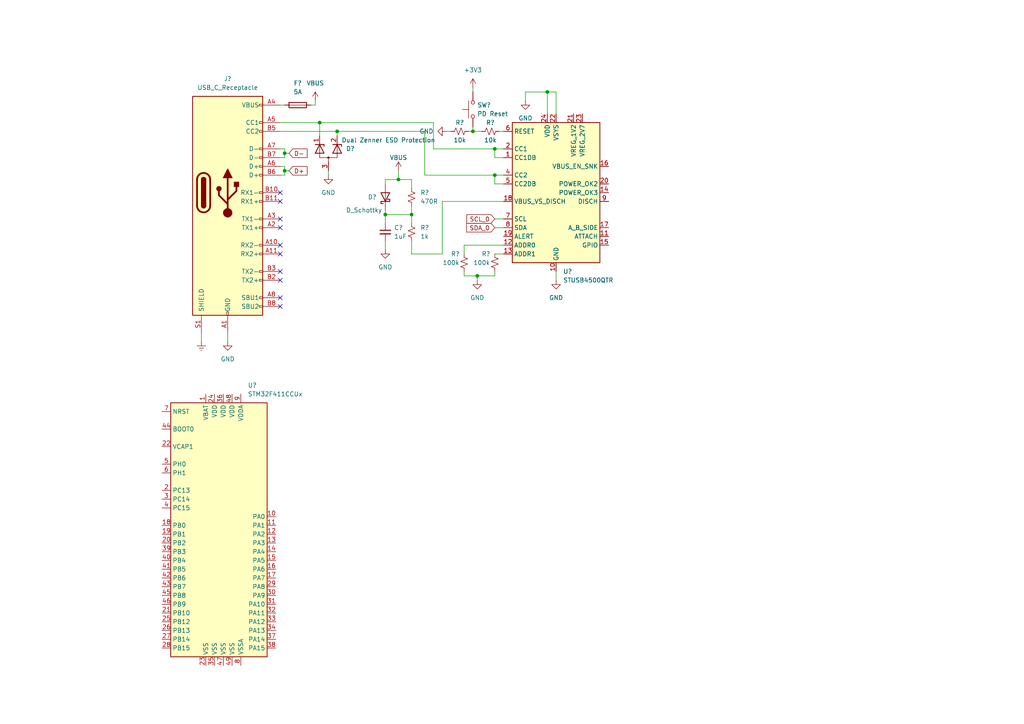
<source format=kicad_sch>
(kicad_sch (version 20211123) (generator eeschema)
  (paper "A4")
  (title_block (title "LED Controller") (date "2022-12-31") (rev "1.0") (company "Charlemagne Wong") (comment 1 "STM32-Based LED Controller") (comment 2 "https://github.com/cmasterx/LED-Controller"))
  (lib_symbols
    (symbol "Connector:USB_C_Receptacle" (pin_names (offset 1.016))
      (property "Reference" "J" (at -10.16 29.21 0))
      (property "Value" "USB_C_Receptacle" (at 10.16 29.21 0))
      (symbol "USB_C_Receptacle_0_0"
        (rectangle (start -0.254 -35.56) (end 0.254 -34.544))
        (rectangle (start 10.16 -32.766) (end 9.144 -33.274))
        (rectangle (start 10.16 -30.226) (end 9.144 -30.734))
        (rectangle (start 10.16 -25.146) (end 9.144 -25.654))
        (rectangle (start 10.16 -22.606) (end 9.144 -23.114))
        (rectangle (start 10.16 -17.526) (end 9.144 -18.034))
        (rectangle (start 10.16 -14.986) (end 9.144 -15.494))
        (rectangle (start 10.16 -9.906) (end 9.144 -10.414))
        (rectangle (start 10.16 -7.366) (end 9.144 -7.874))
        (rectangle (start 10.16 -2.286) (end 9.144 -2.794))
        (rectangle (start 10.16 0.254) (end 9.144 -0.254))
        (rectangle (start 10.16 5.334) (end 9.144 4.826))
        (rectangle (start 10.16 7.874) (end 9.144 7.366))
        (rectangle (start 10.16 10.414) (end 9.144 9.906))
        (rectangle (start 10.16 12.954) (end 9.144 12.446))
        (rectangle (start 10.16 18.034) (end 9.144 17.526))
        (rectangle (start 10.16 20.574) (end 9.144 20.066))
        (rectangle (start 10.16 25.654) (end 9.144 25.146))
      )
      (symbol "USB_C_Receptacle_0_1"
        (rectangle (start -10.16 27.94) (end 10.16 -35.56) (stroke (width 0.254)) (fill (type background)))
        (arc (start -8.89 -3.81) (mid -6.985 -5.715) (end -5.08 -3.81) (stroke (width 0.508)))
        (arc (start -7.62 -3.81) (mid -6.985 -4.445) (end -6.35 -3.81) (stroke (width 0.254)))
        (arc (start -7.62 -3.81) (mid -6.985 -4.445) (end -6.35 -3.81) (stroke (width 0.254)) (fill (type outline)))
        (rectangle (start -7.62 -3.81) (end -6.35 3.81) (stroke (width 0.254)) (fill (type outline)))
        (arc (start -6.35 3.81) (mid -6.985 4.445) (end -7.62 3.81) (stroke (width 0.254)))
        (arc (start -6.35 3.81) (mid -6.985 4.445) (end -7.62 3.81) (stroke (width 0.254)) (fill (type outline)))
        (arc (start -5.08 3.81) (mid -6.985 5.715) (end -8.89 3.81) (stroke (width 0.508)))
        (polyline (pts (xy -8.89 -3.81) (xy -8.89 3.81)) (stroke (width 0.508)))
        (polyline (pts (xy -5.08 3.81) (xy -5.08 -3.81)) (stroke (width 0.508)))
      )
      (symbol "USB_C_Receptacle_1_1"
        (circle (center -2.54 1.143) (radius 0.635) (stroke (width 0.254)) (fill (type outline)))
        (circle (center 0 -5.842) (radius 1.27) (fill (type outline)))
        (polyline (pts (xy 0 -5.842) (xy 0 4.318)) (stroke (width 0.508)))
        (polyline (pts (xy 0 -3.302) (xy -2.54 -0.762) (xy -2.54 0.508)) (stroke (width 0.508)))
        (polyline (pts (xy 0 -2.032) (xy 2.54 0.508) (xy 2.54 1.778)) (stroke (width 0.508)))
        (polyline (pts (xy -1.27 4.318) (xy 0 6.858) (xy 1.27 4.318) (xy -1.27 4.318)) (stroke (width 0.254)) (fill (type outline)))
        (rectangle (start 1.905 1.778) (end 3.175 3.048) (stroke (width 0.254)) (fill (type outline)))
        (pin passive line (at 0 -40.64 90) (length 5.08) (name "GND") (number "A1"))
        (pin bidirectional line (at 15.24 -15.24 180) (length 5.08) (name "RX2-") (number "A10"))
        (pin bidirectional line (at 15.24 -17.78 180) (length 5.08) (name "RX2+") (number "A11"))
        (pin passive line (at 0 -40.64 90) (length 5.08) hide (name "GND") (number "A12"))
        (pin bidirectional line (at 15.24 -10.16 180) (length 5.08) (name "TX1+") (number "A2"))
        (pin bidirectional line (at 15.24 -7.62 180) (length 5.08) (name "TX1-") (number "A3"))
        (pin passive line (at 15.24 25.4 180) (length 5.08) (name "VBUS") (number "A4"))
        (pin bidirectional line (at 15.24 20.32 180) (length 5.08) (name "CC1") (number "A5"))
        (pin bidirectional line (at 15.24 7.62 180) (length 5.08) (name "D+") (number "A6"))
        (pin bidirectional line (at 15.24 12.7 180) (length 5.08) (name "D-") (number "A7"))
        (pin bidirectional line (at 15.24 -30.48 180) (length 5.08) (name "SBU1") (number "A8"))
        (pin passive line (at 15.24 25.4 180) (length 5.08) hide (name "VBUS") (number "A9"))
        (pin passive line (at 0 -40.64 90) (length 5.08) hide (name "GND") (number "B1"))
        (pin bidirectional line (at 15.24 0 180) (length 5.08) (name "RX1-") (number "B10"))
        (pin bidirectional line (at 15.24 -2.54 180) (length 5.08) (name "RX1+") (number "B11"))
        (pin passive line (at 0 -40.64 90) (length 5.08) hide (name "GND") (number "B12"))
        (pin bidirectional line (at 15.24 -25.4 180) (length 5.08) (name "TX2+") (number "B2"))
        (pin bidirectional line (at 15.24 -22.86 180) (length 5.08) (name "TX2-") (number "B3"))
        (pin passive line (at 15.24 25.4 180) (length 5.08) hide (name "VBUS") (number "B4"))
        (pin bidirectional line (at 15.24 17.78 180) (length 5.08) (name "CC2") (number "B5"))
        (pin bidirectional line (at 15.24 5.08 180) (length 5.08) (name "D+") (number "B6"))
        (pin bidirectional line (at 15.24 10.16 180) (length 5.08) (name "D-") (number "B7"))
        (pin bidirectional line (at 15.24 -33.02 180) (length 5.08) (name "SBU2") (number "B8"))
        (pin passive line (at 15.24 25.4 180) (length 5.08) hide (name "VBUS") (number "B9"))
        (pin passive line (at -7.62 -40.64 90) (length 5.08) (name "SHIELD") (number "S1"))
      )
    )
    (symbol "Device:C_Small" (pin_numbers hide) (pin_names (offset 0.254) hide)
      (property "Reference" "C" (at 0.254 1.778 0))
      (property "Value" "C_Small" (at 0.254 -2.032 0))
      (symbol "C_Small_0_1"
        (polyline (pts (xy -1.524 -0.508) (xy 1.524 -0.508)) (stroke (width 0.3302)))
        (polyline (pts (xy -1.524 0.508) (xy 1.524 0.508)) (stroke (width 0.3048)))
      )
      (symbol "C_Small_1_1"
        (pin passive line (at 0 2.54 270) (length 2.032) (name "~") (number "1"))
        (pin passive line (at 0 -2.54 90) (length 2.032) (name "~") (number "2"))
      )
    )
    (symbol "Device:D_Schottky" (pin_numbers hide) (pin_names (offset 1.016) hide)
      (property "Reference" "D" (at 0 2.54 0))
      (property "Value" "D_Schottky" (at 0 -2.54 0))
      (symbol "D_Schottky_0_1"
        (polyline (pts (xy 1.27 0) (xy -1.27 0)))
        (polyline (pts (xy 1.27 1.27) (xy 1.27 -1.27) (xy -1.27 0) (xy 1.27 1.27)) (stroke (width 0.254)))
        (polyline (pts (xy -1.905 0.635) (xy -1.905 1.27) (xy -1.27 1.27) (xy -1.27 -1.27) (xy -0.635 -1.27) (xy -0.635 -0.635)) (stroke (width 0.254)))
      )
      (symbol "D_Schottky_1_1"
        (pin passive line (at -3.81 0 0) (length 2.54) (name "K") (number "1"))
        (pin passive line (at 3.81 0 180) (length 2.54) (name "A") (number "2"))
      )
    )
    (symbol "Device:D_Zener_Dual_CommonAnode_KKA_Parallel" (pin_names (offset 0.762) hide)
      (property "Reference" "D" (at 0 5.08 0))
      (property "Value" "D_Zener_Dual_CommonAnode_KKA_Parallel" (at 0 -5.08 0))
      (symbol "D_Zener_Dual_CommonAnode_KKA_Parallel_0_0"
        (polyline (pts (xy 2.032 1.27) (xy 2.54 1.27) (xy 2.54 3.81)) (stroke (width 0.254)))
        (polyline (pts (xy 2.54 -1.27) (xy 2.54 -3.81) (xy 2.032 -3.81)) (stroke (width 0.254)))
      )
      (symbol "D_Zener_Dual_CommonAnode_KKA_Parallel_0_1"
        (circle (center -1.27 0) (radius 0.254) (fill (type outline)))
        (polyline (pts (xy -1.27 0) (xy -2.54 0)))
        (polyline (pts (xy 2.54 2.54) (xy -1.27 2.54) (xy -1.27 -2.54) (xy 2.54 -2.54)))
        (polyline (pts (xy 0 -1.27) (xy 2.54 -2.54) (xy 0 -3.81) (xy 0 -1.27) (xy 0 -1.27) (xy 0 -1.27)) (stroke (width 0.254)))
        (polyline (pts (xy 0 3.81) (xy 2.54 2.54) (xy 0 1.27) (xy 0 3.81) (xy 0 3.81) (xy 0 3.81)) (stroke (width 0.254)))
        (pin passive line (at 5.08 2.54 180) (length 2.54) (name "K") (number "1"))
        (pin passive line (at 5.08 -2.54 180) (length 2.54) (name "K") (number "2"))
        (pin passive line (at -5.08 0 0) (length 2.54) (name "A") (number "3"))
      )
    )
    (symbol "Device:Fuse" (pin_numbers hide) (pin_names (offset 0))
      (property "Reference" "F" (at 2.032 0 90))
      (property "Value" "Fuse" (at -1.905 0 90))
      (symbol "Fuse_0_1"
        (rectangle (start -0.762 -2.54) (end 0.762 2.54) (stroke (width 0.254)))
        (polyline (pts (xy 0 2.54) (xy 0 -2.54)))
      )
      (symbol "Fuse_1_1"
        (pin passive line (at 0 3.81 270) (length 1.27) (name "~") (number "1"))
        (pin passive line (at 0 -3.81 90) (length 1.27) (name "~") (number "2"))
      )
    )
    (symbol "Device:R_Small_US" (pin_numbers hide) (pin_names (offset 0.254) hide)
      (property "Reference" "R" (at 0.762 0.508 0))
      (property "Value" "R_Small_US" (at 0.762 -1.016 0))
      (symbol "R_Small_US_1_1"
        (polyline (pts (xy 0 0) (xy 1.016 -0.381) (xy 0 -0.762) (xy -1.016 -1.143) (xy 0 -1.524)))
        (polyline (pts (xy 0 1.524) (xy 1.016 1.143) (xy 0 0.762) (xy -1.016 0.381) (xy 0 0)))
        (pin passive line (at 0 2.54 270) (length 1.016) (name "~") (number "1"))
        (pin passive line (at 0 -2.54 90) (length 1.016) (name "~") (number "2"))
      )
    )
    (symbol "Interface_USB:STUSB4500QTR"
      (property "Reference" "U" (at -12.7 21.59 0))
      (property "Value" "STUSB4500QTR" (at 8.89 -21.59 0))
      (symbol "STUSB4500QTR_0_1"
        (rectangle (start -12.7 20.32) (end 12.7 -20.32) (stroke (width 0.254)) (fill (type background)))
      )
      (symbol "STUSB4500QTR_1_1"
        (pin bidirectional line (at -15.24 10.16 0) (length 2.54) (name "CC1DB") (number "1"))
        (pin power_in line (at 0 -22.86 90) (length 2.54) (name "GND") (number "10"))
        (pin open_collector line (at 15.24 -12.7 180) (length 2.54) (name "ATTACH") (number "11"))
        (pin input line (at -15.24 -15.24 0) (length 2.54) (name "ADDR0") (number "12"))
        (pin input line (at -15.24 -17.78 0) (length 2.54) (name "ADDR1") (number "13"))
        (pin open_collector line (at 15.24 0 180) (length 2.54) (name "POWER_OK3") (number "14"))
        (pin open_collector line (at 15.24 -15.24 180) (length 2.54) (name "GPIO") (number "15"))
        (pin open_collector line (at 15.24 7.62 180) (length 2.54) (name "VBUS_EN_SNK") (number "16"))
        (pin open_collector line (at 15.24 -10.16 180) (length 2.54) (name "A_B_SIDE") (number "17"))
        (pin input line (at -15.24 -2.54 0) (length 2.54) (name "VBUS_VS_DISCH") (number "18"))
        (pin open_collector line (at -15.24 -12.7 0) (length 2.54) (name "ALERT") (number "19"))
        (pin bidirectional line (at -15.24 12.7 0) (length 2.54) (name "CC1") (number "2"))
        (pin open_collector line (at 15.24 2.54 180) (length 2.54) (name "POWER_OK2") (number "20"))
        (pin power_out line (at 5.08 22.86 270) (length 2.54) (name "VREG_1V2") (number "21"))
        (pin power_in line (at 0 22.86 270) (length 2.54) (name "VSYS") (number "22"))
        (pin power_out line (at 7.62 22.86 270) (length 2.54) (name "VREG_2V7") (number "23"))
        (pin power_in line (at -2.54 22.86 270) (length 2.54) (name "VDD") (number "24"))
        (pin passive line (at 0 -22.86 90) (length 2.54) hide (name "GND") (number "25"))
        (pin no_connect line (at -12.7 15.24 0) (length 2.54) hide (name "NC") (number "3"))
        (pin bidirectional line (at -15.24 5.08 0) (length 2.54) (name "CC2") (number "4"))
        (pin bidirectional line (at -15.24 2.54 0) (length 2.54) (name "CC2DB") (number "5"))
        (pin input line (at -15.24 17.78 0) (length 2.54) (name "RESET") (number "6"))
        (pin input line (at -15.24 -7.62 0) (length 2.54) (name "SCL") (number "7"))
        (pin bidirectional line (at -15.24 -10.16 0) (length 2.54) (name "SDA") (number "8"))
        (pin bidirectional line (at 15.24 -2.54 180) (length 2.54) (name "DISCH") (number "9"))
      )
    )
    (symbol "MCU_ST_STM32F4:STM32F411CCUx"
      (property "Reference" "U" (at -15.24 36.83 0))
      (property "Value" "STM32F411CCUx" (at 7.62 36.83 0))
      (symbol "STM32F411CCUx_0_1"
        (rectangle (start -15.24 -38.1) (end 12.7 35.56) (stroke (width 0.254)) (fill (type background)))
      )
      (symbol "STM32F411CCUx_1_1"
        (pin power_in line (at -5.08 38.1 270) (length 2.54) (name "VBAT") (number "1"))
        (pin bidirectional line (at 15.24 2.54 180) (length 2.54) (name "PA0") (number "10"))
        (pin bidirectional line (at 15.24 0 180) (length 2.54) (name "PA1") (number "11"))
        (pin bidirectional line (at 15.24 -2.54 180) (length 2.54) (name "PA2") (number "12"))
        (pin bidirectional line (at 15.24 -5.08 180) (length 2.54) (name "PA3") (number "13"))
        (pin bidirectional line (at 15.24 -7.62 180) (length 2.54) (name "PA4") (number "14"))
        (pin bidirectional line (at 15.24 -10.16 180) (length 2.54) (name "PA5") (number "15"))
        (pin bidirectional line (at 15.24 -12.7 180) (length 2.54) (name "PA6") (number "16"))
        (pin bidirectional line (at 15.24 -15.24 180) (length 2.54) (name "PA7") (number "17"))
        (pin bidirectional line (at -17.78 0 0) (length 2.54) (name "PB0") (number "18"))
        (pin bidirectional line (at -17.78 -2.54 0) (length 2.54) (name "PB1") (number "19"))
        (pin bidirectional line (at -17.78 10.16 0) (length 2.54) (name "PC13") (number "2"))
        (pin bidirectional line (at -17.78 -5.08 0) (length 2.54) (name "PB2") (number "20"))
        (pin bidirectional line (at -17.78 -25.4 0) (length 2.54) (name "PB10") (number "21"))
        (pin power_in line (at -17.78 22.86 0) (length 2.54) (name "VCAP1") (number "22"))
        (pin power_in line (at -5.08 -40.64 90) (length 2.54) (name "VSS") (number "23"))
        (pin power_in line (at -2.54 38.1 270) (length 2.54) (name "VDD") (number "24"))
        (pin bidirectional line (at -17.78 -27.94 0) (length 2.54) (name "PB12") (number "25"))
        (pin bidirectional line (at -17.78 -30.48 0) (length 2.54) (name "PB13") (number "26"))
        (pin bidirectional line (at -17.78 -33.02 0) (length 2.54) (name "PB14") (number "27"))
        (pin bidirectional line (at -17.78 -35.56 0) (length 2.54) (name "PB15") (number "28"))
        (pin bidirectional line (at 15.24 -17.78 180) (length 2.54) (name "PA8") (number "29"))
        (pin bidirectional line (at -17.78 7.62 0) (length 2.54) (name "PC14") (number "3"))
        (pin bidirectional line (at 15.24 -20.32 180) (length 2.54) (name "PA9") (number "30"))
        (pin bidirectional line (at 15.24 -22.86 180) (length 2.54) (name "PA10") (number "31"))
        (pin bidirectional line (at 15.24 -25.4 180) (length 2.54) (name "PA11") (number "32"))
        (pin bidirectional line (at 15.24 -27.94 180) (length 2.54) (name "PA12") (number "33"))
        (pin bidirectional line (at 15.24 -30.48 180) (length 2.54) (name "PA13") (number "34"))
        (pin power_in line (at -2.54 -40.64 90) (length 2.54) (name "VSS") (number "35"))
        (pin power_in line (at 0 38.1 270) (length 2.54) (name "VDD") (number "36"))
        (pin bidirectional line (at 15.24 -33.02 180) (length 2.54) (name "PA14") (number "37"))
        (pin bidirectional line (at 15.24 -35.56 180) (length 2.54) (name "PA15") (number "38"))
        (pin bidirectional line (at -17.78 -7.62 0) (length 2.54) (name "PB3") (number "39"))
        (pin bidirectional line (at -17.78 5.08 0) (length 2.54) (name "PC15") (number "4"))
        (pin bidirectional line (at -17.78 -10.16 0) (length 2.54) (name "PB4") (number "40"))
        (pin bidirectional line (at -17.78 -12.7 0) (length 2.54) (name "PB5") (number "41"))
        (pin bidirectional line (at -17.78 -15.24 0) (length 2.54) (name "PB6") (number "42"))
        (pin bidirectional line (at -17.78 -17.78 0) (length 2.54) (name "PB7") (number "43"))
        (pin input line (at -17.78 27.94 0) (length 2.54) (name "BOOT0") (number "44"))
        (pin bidirectional line (at -17.78 -20.32 0) (length 2.54) (name "PB8") (number "45"))
        (pin bidirectional line (at -17.78 -22.86 0) (length 2.54) (name "PB9") (number "46"))
        (pin power_in line (at 0 -40.64 90) (length 2.54) (name "VSS") (number "47"))
        (pin power_in line (at 2.54 38.1 270) (length 2.54) (name "VDD") (number "48"))
        (pin power_in line (at 2.54 -40.64 90) (length 2.54) (name "VSS") (number "49"))
        (pin input line (at -17.78 17.78 0) (length 2.54) (name "PH0") (number "5"))
        (pin input line (at -17.78 15.24 0) (length 2.54) (name "PH1") (number "6"))
        (pin input line (at -17.78 33.02 0) (length 2.54) (name "NRST") (number "7"))
        (pin power_in line (at 5.08 -40.64 90) (length 2.54) (name "VSSA") (number "8"))
        (pin power_in line (at 5.08 38.1 270) (length 2.54) (name "VDDA") (number "9"))
      )
    )
    (symbol "Switch:SW_Push" (pin_numbers hide) (pin_names (offset 1.016) hide)
      (property "Reference" "SW" (at 1.27 2.54 0))
      (property "Value" "SW_Push" (at 0 -1.524 0))
      (symbol "SW_Push_0_1"
        (circle (center -2.032 0) (radius 0.508))
        (polyline (pts (xy 0 1.27) (xy 0 3.048)))
        (polyline (pts (xy 2.54 1.27) (xy -2.54 1.27)))
        (circle (center 2.032 0) (radius 0.508))
        (pin passive line (at -5.08 0 0) (length 2.54) (name "1") (number "1"))
        (pin passive line (at 5.08 0 180) (length 2.54) (name "2") (number "2"))
      )
    )
    (symbol "power:+3V3" (power) (pin_names (offset 0))
      (property "Value" "+3V3" (at 0 3.556 0))
      (symbol "+3V3_0_1"
        (polyline (pts (xy -0.762 1.27) (xy 0 2.54)))
        (polyline (pts (xy 0 0) (xy 0 2.54)))
        (polyline (pts (xy 0 2.54) (xy 0.762 1.27)))
      )
      (symbol "+3V3_1_1"
        (pin power_in line (at 0 0 90) (length 0) hide (name "+3V3") (number "1"))
      )
    )
    (symbol "power:Earth" (power) (pin_names (offset 0))
      (symbol "Earth_0_1"
        (polyline (pts (xy -0.635 -1.905) (xy 0.635 -1.905)))
        (polyline (pts (xy -0.127 -2.54) (xy 0.127 -2.54)))
        (polyline (pts (xy 0 -1.27) (xy 0 0)))
        (polyline (pts (xy 1.27 -1.27) (xy -1.27 -1.27)))
      )
      (symbol "Earth_1_1"
        (pin power_in line (at 0 0 270) (length 0) hide (name "Earth") (number "1"))
      )
    )
    (symbol "power:GND" (power) (pin_names (offset 0))
      (property "Value" "GND" (at 0 -3.81 0))
      (symbol "GND_0_1"
        (polyline (pts (xy 0 0) (xy 0 -1.27) (xy 1.27 -1.27) (xy 0 -2.54) (xy -1.27 -1.27) (xy 0 -1.27)))
      )
      (symbol "GND_1_1"
        (pin power_in line (at 0 0 270) (length 0) hide (name "GND") (number "1"))
      )
    )
    (symbol "power:VBUS" (power) (pin_names (offset 0))
      (property "Value" "VBUS" (at 0 3.81 0))
      (symbol "VBUS_0_1"
        (polyline (pts (xy -0.762 1.27) (xy 0 2.54)))
        (polyline (pts (xy 0 0) (xy 0 2.54)))
        (polyline (pts (xy 0 2.54) (xy 0.762 1.27)))
      )
      (symbol "VBUS_1_1"
        (pin power_in line (at 0 0 90) (length 0) hide (name "VBUS") (number "1"))
      )
    )
  )
  (junction (at 115.57 52.07))
  (junction (at 82.55 44.45))
  (junction (at 143.51 50.8))
  (junction (at 138.43 80.01))
  (junction (at 97.79 38.1))
  (junction (at 111.76 62.23))
  (junction (at 143.51 43.18))
  (junction (at 158.75 26.67))
  (junction (at 137.16 38.1))
  (junction (at 82.55 49.53))
  (junction (at 92.71 35.56))
  (junction (at 119.38 62.23))
  (no_connect (at 81.28 55.88))
  (no_connect (at 81.28 58.42))
  (no_connect (at 81.28 73.66))
  (no_connect (at 81.28 78.74))
  (no_connect (at 81.28 71.12))
  (no_connect (at 81.28 86.36))
  (no_connect (at 81.28 66.04))
  (no_connect (at 81.28 63.5))
  (no_connect (at 81.28 81.28))
  (no_connect (at 81.28 88.9))
  (wire (pts (xy 158.75 26.67) (xy 158.75 33.02)))
  (wire (pts (xy 95.25 49.53) (xy 95.25 50.8)))
  (wire (pts (xy 81.28 50.8) (xy 82.55 50.8)))
  (wire (pts (xy 146.05 50.8) (xy 143.51 50.8)))
  (wire (pts (xy 128.27 73.66) (xy 128.27 58.42)))
  (wire (pts (xy 143.51 78.74) (xy 143.51 80.01)))
  (wire (pts (xy 143.51 73.66) (xy 146.05 73.66)))
  (wire (pts (xy 82.55 43.18) (xy 81.28 43.18)))
  (wire (pts (xy 111.76 69.85) (xy 111.76 72.39)))
  (wire (pts (xy 125.73 35.56) (xy 125.73 43.18)))
  (wire (pts (xy 91.44 30.48) (xy 90.17 30.48)))
  (wire (pts (xy 111.76 62.23) (xy 111.76 64.77)))
  (wire (pts (xy 137.16 38.1) (xy 139.7 38.1)))
  (wire (pts (xy 66.04 96.52) (xy 66.04 99.06)))
  (wire (pts (xy 134.62 73.66) (xy 134.62 71.12)))
  (wire (pts (xy 146.05 45.72) (xy 143.51 45.72)))
  (wire (pts (xy 137.16 36.83) (xy 137.16 38.1)))
  (wire (pts (xy 143.51 63.5) (xy 146.05 63.5)))
  (wire (pts (xy 161.29 78.74) (xy 161.29 81.28)))
  (wire (pts (xy 138.43 81.28) (xy 138.43 80.01)))
  (wire (pts (xy 119.38 73.66) (xy 128.27 73.66)))
  (wire (pts (xy 91.44 29.21) (xy 91.44 30.48)))
  (wire (pts (xy 111.76 53.34) (xy 111.76 52.07)))
  (wire (pts (xy 138.43 80.01) (xy 134.62 80.01)))
  (wire (pts (xy 81.28 45.72) (xy 82.55 45.72)))
  (wire (pts (xy 129.54 38.1) (xy 130.81 38.1)))
  (wire (pts (xy 83.82 49.53) (xy 82.55 49.53)))
  (wire (pts (xy 111.76 62.23) (xy 119.38 62.23)))
  (wire (pts (xy 111.76 52.07) (xy 115.57 52.07)))
  (wire (pts (xy 82.55 49.53) (xy 82.55 48.26)))
  (wire (pts (xy 128.27 58.42) (xy 146.05 58.42)))
  (wire (pts (xy 119.38 62.23) (xy 119.38 64.77)))
  (wire (pts (xy 123.19 38.1) (xy 97.79 38.1)))
  (wire (pts (xy 82.55 48.26) (xy 81.28 48.26)))
  (wire (pts (xy 82.55 45.72) (xy 82.55 44.45)))
  (wire (pts (xy 83.82 44.45) (xy 82.55 44.45)))
  (wire (pts (xy 119.38 59.69) (xy 119.38 62.23)))
  (wire (pts (xy 144.78 38.1) (xy 146.05 38.1)))
  (wire (pts (xy 82.55 44.45) (xy 82.55 43.18)))
  (wire (pts (xy 143.51 80.01) (xy 138.43 80.01)))
  (wire (pts (xy 134.62 71.12) (xy 146.05 71.12)))
  (wire (pts (xy 81.28 35.56) (xy 92.71 35.56)))
  (wire (pts (xy 82.55 50.8) (xy 82.55 49.53)))
  (wire (pts (xy 152.4 26.67) (xy 158.75 26.67)))
  (wire (pts (xy 119.38 52.07) (xy 119.38 54.61)))
  (wire (pts (xy 92.71 35.56) (xy 92.71 39.37)))
  (wire (pts (xy 125.73 43.18) (xy 143.51 43.18)))
  (wire (pts (xy 115.57 49.53) (xy 115.57 52.07)))
  (wire (pts (xy 143.51 50.8) (xy 123.19 50.8)))
  (wire (pts (xy 143.51 43.18) (xy 146.05 43.18)))
  (wire (pts (xy 161.29 26.67) (xy 161.29 33.02)))
  (wire (pts (xy 119.38 69.85) (xy 119.38 73.66)))
  (wire (pts (xy 58.42 96.52) (xy 58.42 99.06)))
  (wire (pts (xy 158.75 26.67) (xy 161.29 26.67)))
  (wire (pts (xy 143.51 66.04) (xy 146.05 66.04)))
  (wire (pts (xy 81.28 38.1) (xy 97.79 38.1)))
  (wire (pts (xy 143.51 53.34) (xy 143.51 50.8)))
  (wire (pts (xy 137.16 25.4) (xy 137.16 26.67)))
  (wire (pts (xy 111.76 60.96) (xy 111.76 62.23)))
  (wire (pts (xy 97.79 38.1) (xy 97.79 39.37)))
  (wire (pts (xy 134.62 80.01) (xy 134.62 78.74)))
  (wire (pts (xy 123.19 50.8) (xy 123.19 38.1)))
  (wire (pts (xy 92.71 35.56) (xy 125.73 35.56)))
  (wire (pts (xy 81.28 30.48) (xy 82.55 30.48)))
  (wire (pts (xy 143.51 45.72) (xy 143.51 43.18)))
  (wire (pts (xy 152.4 29.21) (xy 152.4 26.67)))
  (wire (pts (xy 115.57 52.07) (xy 119.38 52.07)))
  (wire (pts (xy 146.05 53.34) (xy 143.51 53.34)))
  (wire (pts (xy 137.16 38.1) (xy 135.89 38.1)))
  (global_label "SDA_0" (shape input) (at 143.51 66.04 180) (property "Intersheet References" "${INTERSHEET_REFS}" (effects hide)))
  (global_label "D+" (shape input) (at 83.82 49.53 0) (property "Intersheet References" "${INTERSHEET_REFS}" (effects hide)))
  (global_label "D-" (shape input) (at 83.82 44.45 0) (property "Intersheet References" "${INTERSHEET_REFS}" (effects hide)))
  (global_label "SCL_0" (shape input) (at 143.51 63.5 180) (property "Intersheet References" "${INTERSHEET_REFS}" (effects hide)))
  (symbol (lib_id "Device:R_Small_US") (at 142.24 38.1 90) (unit 1)
    (property "Reference" "R?" (at 142.24 35.56 90))
    (property "Value" "10k" (at 142.24 40.64 90))
  )
  (symbol (lib_id "MCU_ST_STM32F4:STM32F411CCUx") (at 64.77 152.4 0) (unit 1)
    (property "Reference" "U?" (at 71.8694 111.76 0) (effects (justify left)))
    (property "Value" "STM32F411CCUx" (at 71.8694 114.3 0) (effects (justify left)))
    (property "Footprint" "Package_DFN_QFN:QFN-48-1EP_7x7mm_P0.5mm_EP5.6x5.6mm" (effects hide))
    (property "Datasheet" "http://www.st.com/st-web-ui/static/active/en/resource/technical/document/datasheet/DM00115249.pdf" (effects hide))
  )
  (symbol (lib_id "power:+3V3") (at 137.16 25.4 0) (unit 1)
    (property "Reference" "#PWR?" (effects hide))
    (property "Value" "+3V3" (at 137.16 20.32 0))
  )
  (symbol (lib_id "Device:R_Small_US") (at 133.35 38.1 90) (unit 1)
    (property "Reference" "R?" (at 133.35 35.56 90))
    (property "Value" "10k" (at 133.35 40.64 90))
  )
  (symbol (lib_id "power:GND") (at 95.25 50.8 0) (unit 1)
    (property "Reference" "#PWR?" (effects hide))
    (property "Value" "GND" (at 95.25 55.88 0))
  )
  (symbol (lib_id "Device:D_Zener_Dual_CommonAnode_KKA_Parallel") (at 95.25 44.45 90) (unit 1)
    (property "Reference" "D?" (at 100.33 43.1164 90) (effects (justify right)))
    (property "Value" "Dual Zenner ESD Protection" (at 99.06 40.64 90) (effects (justify right)))
  )
  (symbol (lib_id "power:GND") (at 66.04 99.06 0) (unit 1)
    (property "Reference" "#PWR?" (effects hide))
    (property "Value" "GND" (at 66.04 104.14 0))
  )
  (symbol (lib_id "Connector:USB_C_Receptacle") (at 66.04 55.88 0) (unit 1)
    (property "Reference" "J?" (at 66.04 22.86 0))
    (property "Value" "USB_C_Receptacle" (at 66.04 25.4 0))
    (property "Datasheet" "https://www.usb.org/sites/default/files/documents/usb_type-c.zip" (effects hide))
  )
  (symbol (lib_id "power:GND") (at 138.43 81.28 0) (unit 1)
    (property "Reference" "#PWR?" (effects hide))
    (property "Value" "GND" (at 138.43 86.36 0))
  )
  (symbol (lib_id "Device:C_Small") (at 111.76 67.31 0) (unit 1)
    (property "Reference" "C?" (at 114.3 66.0462 0) (effects (justify left)))
    (property "Value" "1uF" (at 114.3 68.5862 0) (effects (justify left)))
  )
  (symbol (lib_id "power:GND") (at 152.4 29.21 0) (unit 1)
    (property "Reference" "#PWR?" (effects hide))
    (property "Value" "GND" (at 152.4 34.29 0))
  )
  (symbol (lib_id "Device:R_Small_US") (at 119.38 57.15 0) (unit 1)
    (property "Reference" "R?" (at 121.92 55.8799 0) (effects (justify left)))
    (property "Value" "470R" (at 121.92 58.4199 0) (effects (justify left)))
  )
  (symbol (lib_id "Device:R_Small_US") (at 134.62 76.2 180) (unit 1)
    (property "Reference" "R?" (at 132.08 73.66 0))
    (property "Value" "100k" (at 130.81 76.2 0))
  )
  (symbol (lib_id "Switch:SW_Push") (at 137.16 31.75 90) (unit 1)
    (property "Reference" "SW?" (at 138.43 30.4799 90) (effects (justify right)))
    (property "Value" "PD Reset" (at 138.43 33.0199 90) (effects (justify right)))
  )
  (symbol (lib_id "Device:Fuse") (at 86.36 30.48 90) (unit 1)
    (property "Reference" "F?" (at 86.36 24.13 90))
    (property "Value" "5A" (at 86.36 26.67 90))
  )
  (symbol (lib_id "Interface_USB:STUSB4500QTR") (at 161.29 55.88 0) (unit 1)
    (property "Reference" "U?" (at 163.3094 78.74 0) (effects (justify left)))
    (property "Value" "STUSB4500QTR" (at 163.3094 81.28 0) (effects (justify left)))
    (property "Footprint" "Package_DFN_QFN:QFN-24-1EP_4x4mm_P0.5mm_EP2.7x2.7mm" (effects hide))
    (property "Datasheet" "https://www.st.com/resource/en/datasheet/stusb4500.pdf" (effects hide))
  )
  (symbol (lib_id "Device:D_Schottky") (at 111.76 57.15 90) (unit 1)
    (property "Reference" "D?" (at 106.68 57.15 90) (effects (justify right)))
    (property "Value" "D_Schottky" (at 100.33 60.96 90) (effects (justify right)))
  )
  (symbol (lib_id "power:GND") (at 161.29 81.28 0) (unit 1)
    (property "Reference" "#PWR?" (effects hide))
    (property "Value" "GND" (at 161.29 86.36 0))
  )
  (symbol (lib_id "power:GND") (at 111.76 72.39 0) (unit 1)
    (property "Reference" "#PWR?" (effects hide))
    (property "Value" "GND" (at 111.76 77.47 0))
  )
  (symbol (lib_id "power:Earth") (at 58.42 99.06 0) (unit 1)
    (property "Reference" "#PWR?" (effects hide))
    (property "Value" "Earth" (effects hide))
  )
  (symbol (lib_id "Device:R_Small_US") (at 119.38 67.31 0) (unit 1)
    (property "Reference" "R?" (at 121.92 66.0399 0) (effects (justify left)))
    (property "Value" "1k" (at 121.92 68.5799 0) (effects (justify left)))
  )
  (symbol (lib_id "Device:R_Small_US") (at 143.51 76.2 180) (unit 1)
    (property "Reference" "R?" (at 140.97 73.66 0))
    (property "Value" "100k" (at 139.7 76.2 0))
  )
  (symbol (lib_id "power:VBUS") (at 91.44 29.21 0) (unit 1)
    (property "Reference" "#PWR?" (effects hide))
    (property "Value" "VBUS" (at 91.44 24.13 0))
  )
  (symbol (lib_id "power:VBUS") (at 115.57 49.53 0) (unit 1)
    (property "Reference" "#PWR?" (effects hide))
    (property "Value" "VBUS" (at 115.57 45.72 0))
  )
  (symbol (lib_id "power:GND") (at 129.54 38.1 270) (unit 1)
    (property "Reference" "#PWR?" (effects hide))
    (property "Value" "GND" (at 125.73 38.0999 90) (effects (justify right)))
  )
)
</source>
